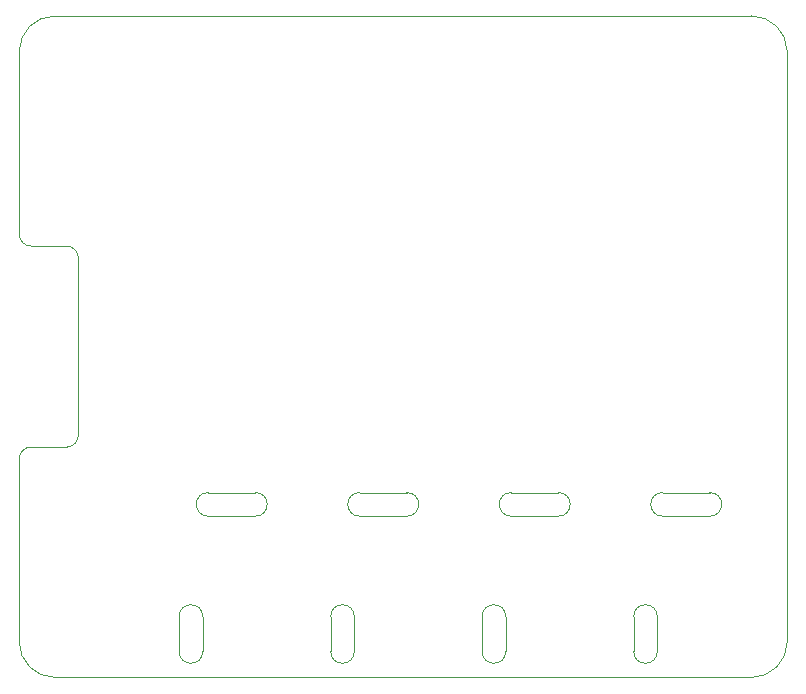
<source format=gko>
G04 Layer_Color=16711935*
%FSLAX25Y25*%
%MOIN*%
G70*
G01*
G75*
%ADD20C,0.00000*%
%ADD38C,0.00200*%
D20*
X-9800Y-129900D02*
G03*
X-13800Y-133800I-50J-3950D01*
G01*
Y-194800D02*
G03*
X-1900Y-206700I11900J0D01*
G01*
X230300D02*
G03*
X242200Y-194800I0J11900D01*
G01*
Y2000D02*
G03*
X230300Y13800I-11850J-50D01*
G01*
X-1900D02*
G03*
X-13800Y2000I-50J-11850D01*
G01*
Y-59000D02*
G03*
X-9800Y-62900I3950J50D01*
G01*
X5900Y-66900D02*
G03*
X2000Y-62900I-3950J50D01*
G01*
Y-129900D02*
G03*
X5900Y-125900I-50J3950D01*
G01*
X-1900Y-206700D02*
X230300D01*
X242200Y-194800D02*
Y2000D01*
X-1900Y13800D02*
X230300D01*
X-13800Y-59000D02*
Y2000D01*
X-9800Y-62900D02*
X2000D01*
X5900Y-125900D02*
Y-66900D01*
X-9800Y-129900D02*
X2000D01*
X-13800Y-194800D02*
Y-133800D01*
D38*
X198880Y-186400D02*
G03*
X191006Y-186400I-3937J-0D01*
G01*
Y-198025D02*
G03*
X198880Y-198025I3937J0D01*
G01*
X148380Y-186400D02*
G03*
X140506Y-186400I-3937J-0D01*
G01*
Y-198025D02*
G03*
X148380Y-198025I3937J0D01*
G01*
X97880Y-186400D02*
G03*
X90006Y-186400I-3937J-0D01*
G01*
Y-198025D02*
G03*
X97880Y-198025I3937J0D01*
G01*
X200671Y-145063D02*
G03*
X200671Y-152937I0J-3937D01*
G01*
X216419D02*
G03*
X216419Y-145063I-0J3937D01*
G01*
X150171D02*
G03*
X150171Y-152937I0J-3937D01*
G01*
X165919D02*
G03*
X165919Y-145063I-0J3937D01*
G01*
X99671D02*
G03*
X99671Y-152937I0J-3937D01*
G01*
X115419D02*
G03*
X115419Y-145063I-0J3937D01*
G01*
X64919Y-152937D02*
G03*
X64919Y-145063I-0J3937D01*
G01*
X49171D02*
G03*
X49171Y-152937I0J-3937D01*
G01*
X39506Y-198025D02*
G03*
X47380Y-198025I3937J0D01*
G01*
Y-186400D02*
G03*
X39506Y-186400I-3937J-0D01*
G01*
X191006Y-198025D02*
Y-186400D01*
X198880Y-198025D02*
Y-186400D01*
X140506Y-198025D02*
Y-186400D01*
X148380Y-198025D02*
Y-186400D01*
X90006Y-198025D02*
Y-186400D01*
X97880Y-198025D02*
Y-186400D01*
X200671Y-145063D02*
X216419D01*
X200671Y-152937D02*
X216419D01*
X150171Y-145063D02*
X165919D01*
X150171Y-152937D02*
X165919D01*
X99671Y-145063D02*
X115419D01*
X99671Y-152937D02*
X115419D01*
X49171D02*
X64919D01*
X49171Y-145063D02*
X64919D01*
X47380Y-198025D02*
Y-186400D01*
X39506Y-198025D02*
Y-186400D01*
M02*

</source>
